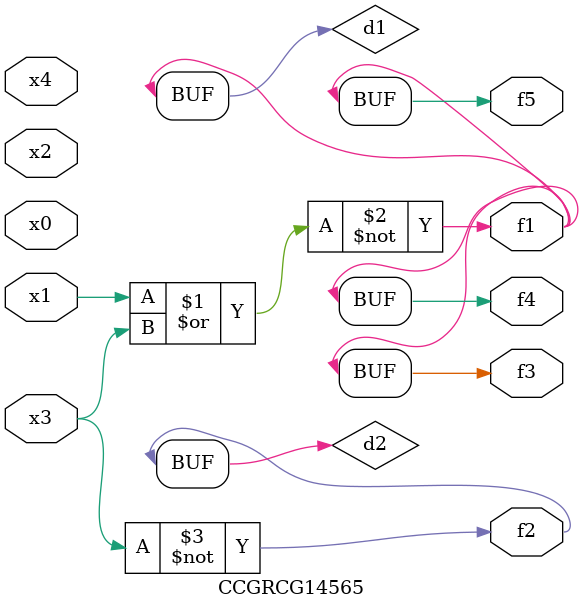
<source format=v>
module CCGRCG14565(
	input x0, x1, x2, x3, x4,
	output f1, f2, f3, f4, f5
);

	wire d1, d2;

	nor (d1, x1, x3);
	not (d2, x3);
	assign f1 = d1;
	assign f2 = d2;
	assign f3 = d1;
	assign f4 = d1;
	assign f5 = d1;
endmodule

</source>
